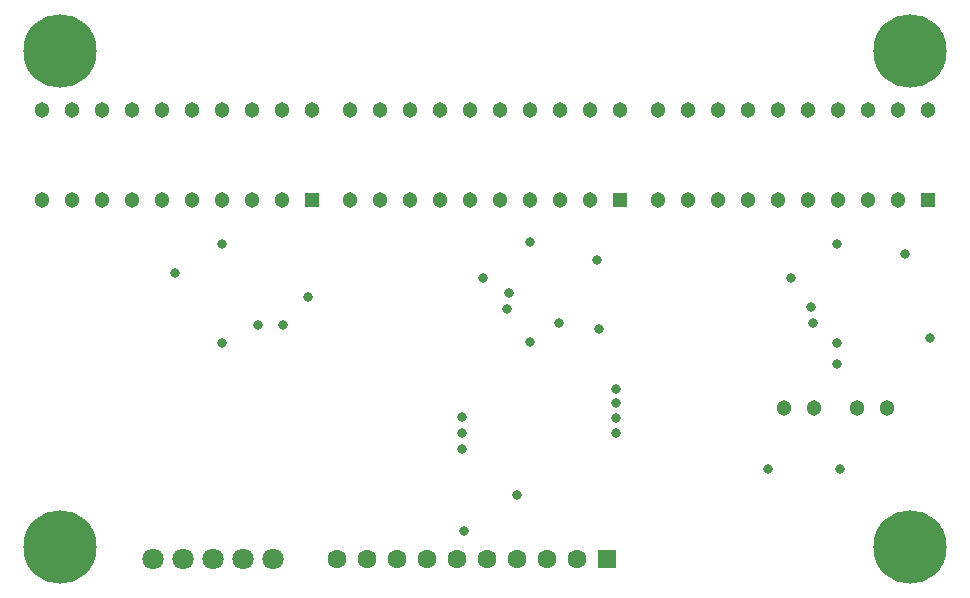
<source format=gbs>
G04*
G04 #@! TF.GenerationSoftware,Altium Limited,Altium Designer,18.1.11 (251)*
G04*
G04 Layer_Color=16711935*
%FSLAX25Y25*%
%MOIN*%
G70*
G01*
G75*
%ADD29R,0.06304X0.06304*%
%ADD30C,0.06304*%
%ADD31C,0.05131*%
%ADD32R,0.05131X0.05131*%
%ADD33C,0.24422*%
%ADD34C,0.07099*%
%ADD35C,0.03162*%
D29*
X198164Y11811D02*
D03*
D30*
X188164D02*
D03*
X178164D02*
D03*
X168164D02*
D03*
X158164D02*
D03*
X148164D02*
D03*
X138164D02*
D03*
X128164D02*
D03*
X118164D02*
D03*
X108164D02*
D03*
D31*
X291339Y62205D02*
D03*
X281339D02*
D03*
X267087D02*
D03*
X257087D02*
D03*
X89842Y131417D02*
D03*
X79843D02*
D03*
X69842D02*
D03*
X59842D02*
D03*
X49843D02*
D03*
X39843D02*
D03*
X29842D02*
D03*
X19842D02*
D03*
X9843D02*
D03*
X99843Y161417D02*
D03*
X89842D02*
D03*
X79843D02*
D03*
X69842D02*
D03*
X59842D02*
D03*
X49843D02*
D03*
X39843D02*
D03*
X29842D02*
D03*
X19842D02*
D03*
X9843D02*
D03*
X192480Y131417D02*
D03*
X182480D02*
D03*
X172480D02*
D03*
X162480D02*
D03*
X152480D02*
D03*
X142480D02*
D03*
X132480D02*
D03*
X122480D02*
D03*
X112480D02*
D03*
X202480Y161417D02*
D03*
X192480D02*
D03*
X182480D02*
D03*
X172480D02*
D03*
X162480D02*
D03*
X152480D02*
D03*
X142480D02*
D03*
X132480D02*
D03*
X122480D02*
D03*
X112480D02*
D03*
X295118Y131417D02*
D03*
X285118D02*
D03*
X275118D02*
D03*
X265118D02*
D03*
X255118D02*
D03*
X245118D02*
D03*
X235118D02*
D03*
X225118D02*
D03*
X215118D02*
D03*
X305118Y161417D02*
D03*
X295118D02*
D03*
X285118D02*
D03*
X275118D02*
D03*
X265118D02*
D03*
X255118D02*
D03*
X245118D02*
D03*
X235118D02*
D03*
X225118D02*
D03*
X215118D02*
D03*
D32*
X99843Y131417D02*
D03*
X202480D02*
D03*
X305118D02*
D03*
D33*
X299213Y15748D02*
D03*
Y181102D02*
D03*
X15748D02*
D03*
Y15748D02*
D03*
D34*
X56693Y11811D02*
D03*
X66693D02*
D03*
X46693D02*
D03*
X76693D02*
D03*
X86693D02*
D03*
D35*
X195669Y88583D02*
D03*
X182101Y90551D02*
D03*
X194882Y111417D02*
D03*
X297539Y113386D02*
D03*
X266870Y90492D02*
D03*
X305906Y85433D02*
D03*
X201181Y68504D02*
D03*
Y63648D02*
D03*
Y58793D02*
D03*
Y53937D02*
D03*
X150000Y59055D02*
D03*
Y53740D02*
D03*
Y48425D02*
D03*
X266142Y95669D02*
D03*
X274803Y76772D02*
D03*
X259449Y105512D02*
D03*
X164961Y95276D02*
D03*
X165354Y100394D02*
D03*
X54055Y106968D02*
D03*
X156693Y105512D02*
D03*
X90158Y89764D02*
D03*
X274803Y83858D02*
D03*
Y116929D02*
D03*
X172441Y84252D02*
D03*
Y117323D02*
D03*
X69685Y83858D02*
D03*
Y116929D02*
D03*
X98573Y99065D02*
D03*
X275984Y41732D02*
D03*
X251969Y41757D02*
D03*
X150394Y21260D02*
D03*
X168110Y33071D02*
D03*
X81890Y89764D02*
D03*
M02*

</source>
